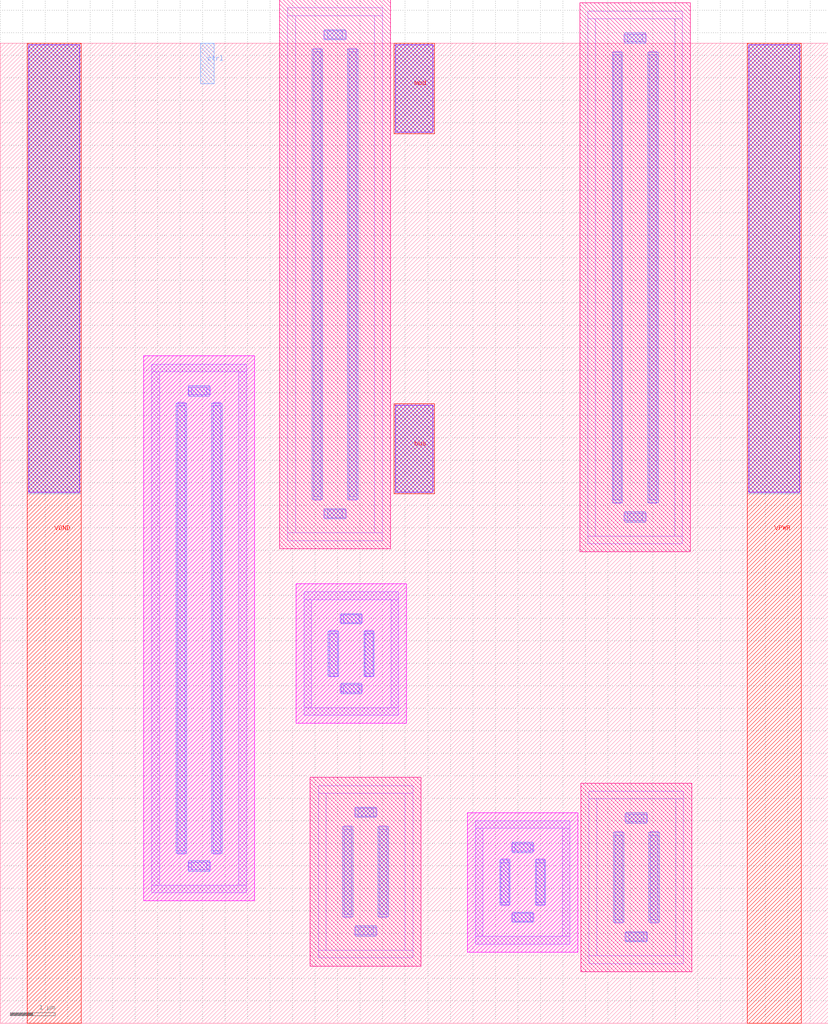
<source format=lef>
VERSION 5.7 ;
  NOWIREEXTENSIONATPIN ON ;
  DIVIDERCHAR "/" ;
  BUSBITCHARS "[]" ;
MACRO tt_asw_1v8
  CLASS BLOCK ;
  FOREIGN tt_asw_1v8 ;
  ORIGIN 0.000 0.000 ;
  SIZE 18.400 BY 21.760 ;
  PIN VGND
    DIRECTION INPUT ;
    USE GROUND ;
    PORT
      LAYER met4 ;
        RECT 0.600 0.000 1.800 21.760 ;
    END
  END VGND
  PIN VPWR
    DIRECTION INPUT ;
    USE POWER ;
    PORT
      LAYER met4 ;
        RECT 16.600 0.000 17.800 21.760 ;
    END
  END VPWR
  PIN mod
    DIRECTION INOUT ;
    USE ANALOG ;
    PORT
      LAYER met4 ;
        RECT 8.750 19.760 9.650 21.760 ;
    END
  END mod
  PIN bus
    DIRECTION INOUT ;
    USE ANALOG ;
    PORT
      LAYER met4 ;
        RECT 8.750 11.760 9.650 13.760 ;
    END
  END bus
  PIN ctrl
    DIRECTION INPUT ;
    USE SIGNAL ;
    PORT
      LAYER met3 ;
        RECT 4.450 20.860 4.750 21.760 ;
    END
  END ctrl
  OBS
      LAYER pwell ;
        RECT 3.190 2.720 5.650 14.820 ;
      LAYER nwell ;
        RECT 6.210 10.540 8.670 22.730 ;
        RECT 12.880 10.470 15.340 22.660 ;
      LAYER pwell ;
        RECT 6.570 6.660 9.030 9.760 ;
      LAYER nwell ;
        RECT 6.890 1.270 9.350 5.460 ;
      LAYER pwell ;
        RECT 10.380 1.580 12.840 4.680 ;
      LAYER nwell ;
        RECT 12.905 1.145 15.365 5.335 ;
      LAYER li1 ;
        RECT 6.390 22.380 8.490 22.550 ;
        RECT 3.370 14.470 5.470 14.640 ;
        RECT 3.370 3.070 3.540 14.470 ;
        RECT 4.170 13.960 4.670 14.130 ;
        RECT 3.940 3.750 4.110 13.790 ;
        RECT 4.730 3.750 4.900 13.790 ;
        RECT 4.170 3.410 4.670 3.580 ;
        RECT 5.300 3.070 5.470 14.470 ;
        RECT 6.390 10.890 6.560 22.380 ;
        RECT 7.190 21.870 7.690 22.040 ;
        RECT 6.960 11.615 7.130 21.655 ;
        RECT 7.750 11.615 7.920 21.655 ;
        RECT 7.190 11.230 7.690 11.400 ;
        RECT 8.320 10.890 8.490 22.380 ;
        RECT 6.390 10.720 8.490 10.890 ;
        RECT 13.060 22.310 15.160 22.480 ;
        RECT 13.060 10.820 13.230 22.310 ;
        RECT 13.860 21.800 14.360 21.970 ;
        RECT 13.630 11.545 13.800 21.585 ;
        RECT 14.420 11.545 14.590 21.585 ;
        RECT 13.860 11.160 14.360 11.330 ;
        RECT 14.990 10.820 15.160 22.310 ;
        RECT 13.060 10.650 15.160 10.820 ;
        RECT 6.750 9.410 8.850 9.580 ;
        RECT 6.750 7.010 6.920 9.410 ;
        RECT 7.550 8.900 8.050 9.070 ;
        RECT 7.320 7.690 7.490 8.730 ;
        RECT 8.110 7.690 8.280 8.730 ;
        RECT 7.550 7.350 8.050 7.520 ;
        RECT 8.680 7.010 8.850 9.410 ;
        RECT 6.750 6.840 8.850 7.010 ;
        RECT 3.370 2.900 5.470 3.070 ;
        RECT 7.070 5.110 9.170 5.280 ;
        RECT 7.070 1.620 7.240 5.110 ;
        RECT 7.870 4.600 8.370 4.770 ;
        RECT 7.640 2.345 7.810 4.385 ;
        RECT 8.430 2.345 8.600 4.385 ;
        RECT 7.870 1.960 8.370 2.130 ;
        RECT 9.000 1.620 9.170 5.110 ;
        RECT 13.085 4.985 15.185 5.155 ;
        RECT 10.560 4.330 12.660 4.500 ;
        RECT 10.560 1.930 10.730 4.330 ;
        RECT 11.360 3.820 11.860 3.990 ;
        RECT 11.130 2.610 11.300 3.650 ;
        RECT 11.920 2.610 12.090 3.650 ;
        RECT 11.360 2.270 11.860 2.440 ;
        RECT 12.490 1.930 12.660 4.330 ;
        RECT 10.560 1.760 12.660 1.930 ;
        RECT 7.070 1.450 9.170 1.620 ;
        RECT 13.085 1.495 13.255 4.985 ;
        RECT 13.885 4.475 14.385 4.645 ;
        RECT 13.655 2.220 13.825 4.260 ;
        RECT 14.445 2.220 14.615 4.260 ;
        RECT 13.885 1.835 14.385 2.005 ;
        RECT 15.015 1.495 15.185 4.985 ;
        RECT 13.085 1.325 15.185 1.495 ;
      LAYER mcon ;
        RECT 4.250 13.960 4.590 14.130 ;
        RECT 3.940 3.830 4.110 13.710 ;
        RECT 4.730 3.830 4.900 13.710 ;
        RECT 4.250 3.410 4.590 3.580 ;
        RECT 7.270 21.870 7.610 22.040 ;
        RECT 6.960 11.695 7.130 21.575 ;
        RECT 7.750 11.695 7.920 21.575 ;
        RECT 7.270 11.230 7.610 11.400 ;
        RECT 13.940 21.800 14.280 21.970 ;
        RECT 13.630 11.625 13.800 21.505 ;
        RECT 14.420 11.625 14.590 21.505 ;
        RECT 13.940 11.160 14.280 11.330 ;
        RECT 7.630 8.900 7.970 9.070 ;
        RECT 7.320 7.770 7.490 8.650 ;
        RECT 8.110 7.770 8.280 8.650 ;
        RECT 7.630 7.350 7.970 7.520 ;
        RECT 7.950 4.600 8.290 4.770 ;
        RECT 7.640 2.425 7.810 4.305 ;
        RECT 8.430 2.425 8.600 4.305 ;
        RECT 7.950 1.960 8.290 2.130 ;
        RECT 11.440 3.820 11.780 3.990 ;
        RECT 11.130 2.690 11.300 3.570 ;
        RECT 11.920 2.690 12.090 3.570 ;
        RECT 11.440 2.270 11.780 2.440 ;
        RECT 13.965 4.475 14.305 4.645 ;
        RECT 13.655 2.300 13.825 4.180 ;
        RECT 14.445 2.300 14.615 4.180 ;
        RECT 13.965 1.835 14.305 2.005 ;
      LAYER met1 ;
        RECT 7.210 21.840 7.670 22.070 ;
        RECT 13.880 21.770 14.340 22.000 ;
        RECT 4.190 13.930 4.650 14.160 ;
        RECT 3.910 3.770 4.140 13.770 ;
        RECT 4.700 3.770 4.930 13.770 ;
        RECT 6.930 11.635 7.160 21.635 ;
        RECT 7.720 11.635 7.950 21.635 ;
        RECT 13.600 11.565 13.830 21.565 ;
        RECT 14.390 11.565 14.620 21.565 ;
        RECT 7.210 11.200 7.670 11.430 ;
        RECT 13.880 11.130 14.340 11.360 ;
        RECT 7.570 8.870 8.030 9.100 ;
        RECT 7.290 7.710 7.520 8.710 ;
        RECT 8.080 7.710 8.310 8.710 ;
        RECT 7.570 7.320 8.030 7.550 ;
        RECT 7.890 4.570 8.350 4.800 ;
        RECT 13.905 4.445 14.365 4.675 ;
        RECT 4.190 3.380 4.650 3.610 ;
        RECT 7.610 2.365 7.840 4.365 ;
        RECT 8.400 2.365 8.630 4.365 ;
        RECT 11.380 3.790 11.840 4.020 ;
        RECT 11.100 2.630 11.330 3.630 ;
        RECT 11.890 2.630 12.120 3.630 ;
        RECT 11.380 2.240 11.840 2.470 ;
        RECT 13.625 2.240 13.855 4.240 ;
        RECT 14.415 2.240 14.645 4.240 ;
        RECT 7.890 1.930 8.350 2.160 ;
        RECT 13.905 1.805 14.365 2.035 ;
      LAYER met3 ;
        RECT 0.600 11.760 1.800 21.760 ;
        RECT 8.750 19.760 9.650 21.760 ;
        RECT 8.750 11.760 9.650 13.760 ;
        RECT 16.600 11.760 17.800 21.760 ;
      LAYER via3 ;
        RECT 0.630 11.790 1.770 21.730 ;
        RECT 8.780 19.790 9.620 21.730 ;
        RECT 8.780 11.790 9.620 13.730 ;
        RECT 16.630 11.790 17.770 21.730 ;
  END
END tt_asw_1v8
END LIBRARY


</source>
